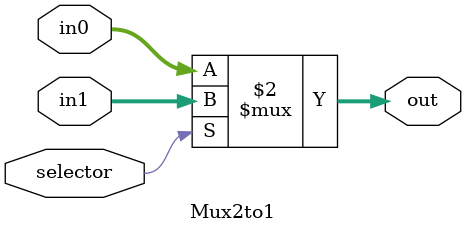
<source format=v>

module Mux2to1(
	input[31:0] in0, in1,
	input selector,
	output[31:0] out
);
	assign out = ~selector ? in0 : in1;
endmodule
</source>
